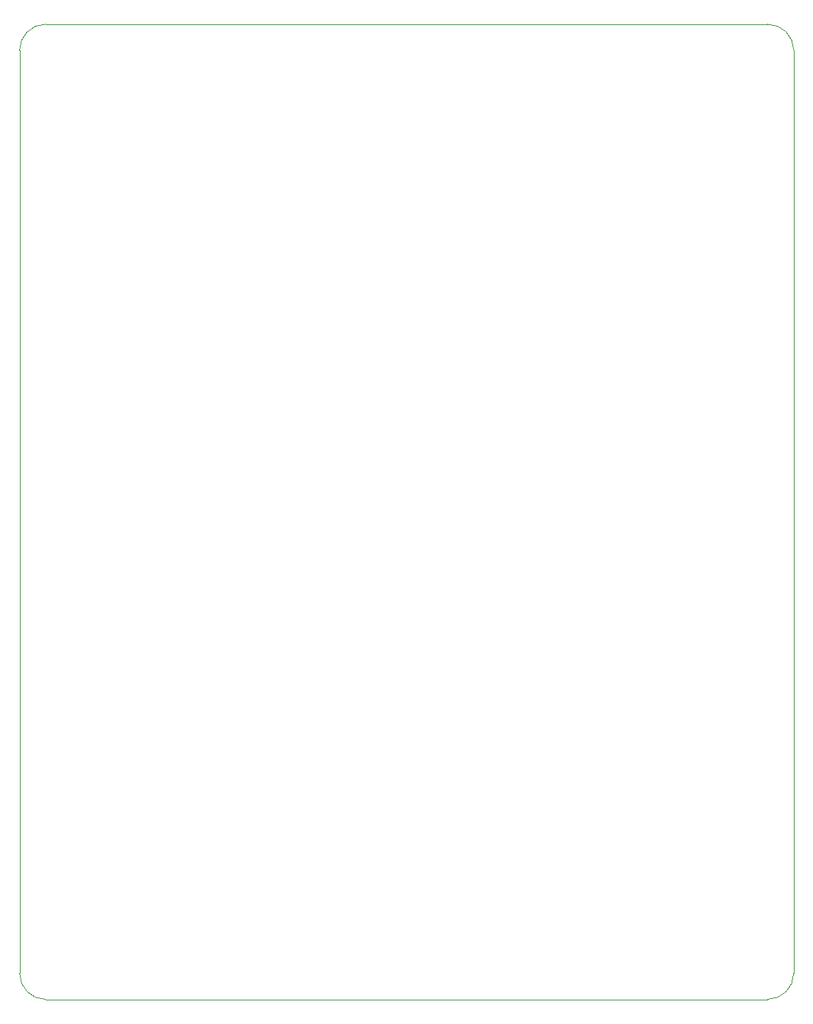
<source format=gm1>
G04 #@! TF.GenerationSoftware,KiCad,Pcbnew,(5.1.9)-1*
G04 #@! TF.CreationDate,2021-01-10T19:58:29-05:00*
G04 #@! TF.ProjectId,elf_fp,656c665f-6670-42e6-9b69-6361645f7063,rev?*
G04 #@! TF.SameCoordinates,Original*
G04 #@! TF.FileFunction,Profile,NP*
%FSLAX46Y46*%
G04 Gerber Fmt 4.6, Leading zero omitted, Abs format (unit mm)*
G04 Created by KiCad (PCBNEW (5.1.9)-1) date 2021-01-10 19:58:29*
%MOMM*%
%LPD*%
G01*
G04 APERTURE LIST*
G04 #@! TA.AperFunction,Profile*
%ADD10C,0.050000*%
G04 #@! TD*
G04 APERTURE END LIST*
D10*
X98000000Y-22000000D02*
G75*
G02*
X101000000Y-19000000I3000000J0D01*
G01*
X184000000Y-19000000D02*
G75*
G02*
X187000000Y-22000000I0J-3000000D01*
G01*
X101000000Y-131000000D02*
X184000000Y-131000000D01*
X101000000Y-131000000D02*
G75*
G02*
X98000000Y-128000000I0J3000000D01*
G01*
X187000000Y-128000000D02*
G75*
G02*
X184000000Y-131000000I-3000000J0D01*
G01*
X101000000Y-131000000D02*
X101000000Y-131000000D01*
X98000000Y-22000000D02*
X98000000Y-128000000D01*
X184000000Y-19000000D02*
X101000000Y-19000000D01*
X187000000Y-128000000D02*
X187000000Y-22000000D01*
M02*

</source>
